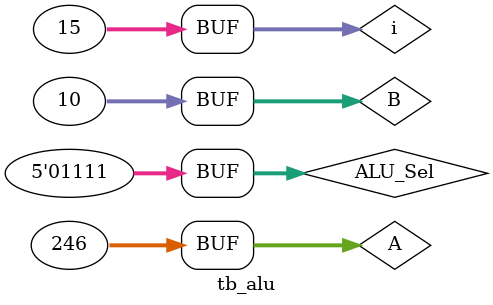
<source format=v>
`timescale 1ns / 1ps  

module tb_alu;

//Inputs
 reg[31:0] A, B;
 reg[4:0] ALU_Sel;  //opcode

//Outputs
 wire[7:0] ALU_Out;
 wire CarryOut;
 // Verilog code for ALU
 integer i;
 alu test_unit(
            A,B,  // ALU 8-bit Inputs                 
            ALU_Sel,// ALU Selection
            ALU_Out, // ALU 8-bit Output
            CarryOut // Carry Out Flag
     );
    initial begin
    // hold reset state for 100 ns.
      A = 8'd5;
      B = 8'd3;
      ALU_Sel = 4'h0;
      
      for (i=0;i<15;i=i+1)
      begin
       ALU_Sel = ALU_Sel + 8'h01; //change the opcode after 10 ns delay
       #10;
      end;
      
      A = 8'hF6;
      B = 8'h0A;
      
    end
endmodule
</source>
